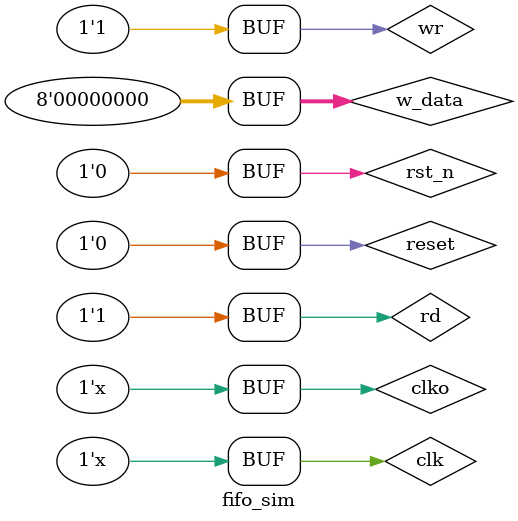
<source format=v>
`timescale 1ns / 1ps


module fifo_sim;
    parameter N = 8; //Êý¾Ý¿í¶È
    parameter M = 4; //fifoµÄµØÖ·¿í¶È
    reg clko; //ÊäÈëÊ±ÖÓ
    reg clk; //ÏµÍ³Ê±ÖÓ£¬ÓÃÓÚÏû¶¶
    reg reset; //Ïû¶¶¸´Î»ÐÅºÅ
    reg rst_n; //ÊäÈë¸´Î»ÐÅºÅ
    reg wr; //ÊäÈëÐ´Ê¹ÄÜ
    reg[N-1:0] w_data; //ÊäÈëÊäÈë
    reg rd; //ÊäÈë¶ÁÊ¹ÄÜ
    wire empty; //Êä³öfifo¿Õ±êÖ¾
    wire full; //Êä³öfifoÂú±êÖ¾
    wire[N-1:0] r_data; //Êä³ö¶ÁÈ¡µÄÊý¾Ý
    
    initial begin
        clk = 0;
        clko = 0;
    end
    
    initial begin
        reset = 1; rst_n = 1; wr = 0; rd = 0;
        #10 reset = 0; rst_n = 0; wr = 1;
        #100 rd = 1;      
    end
    
    initial begin 
        #10 w_data = 8'b11010101;
        #500 w_data = 8'b00010001;
        #1000 w_data = 8'b01011001;
        #1500 w_data = 8'b00000000;  end
        
    always begin
        #2 clk = ~clk;
    end
    
    always begin
        #10 clko = ~clko;
    end
fifo_cus f(
     clko, //ÊäÈëÊ±ÖÓ
     clk, //ÏµÍ³Ê±ÖÓ£¬ÓÃÓÚÏû¶¶
     reset, //Ïû¶¶¸´Î»ÐÅºÅ
     rst_n, //ÊäÈë¸´Î»ÐÅºÅ
     wr, //ÊäÈëÐ´Ê¹ÄÜ
     w_data, //ÊäÈëÊäÈë
     rd, //ÊäÈë¶ÁÊ¹ÄÜ
     empty, //Êä³öfifo¿Õ±êÖ¾
     full, //Êä³öfifoÂú±êÖ¾
     r_data //Êä³ö¶ÁÈ¡µÄÊý¾Ý
);
endmodule

</source>
